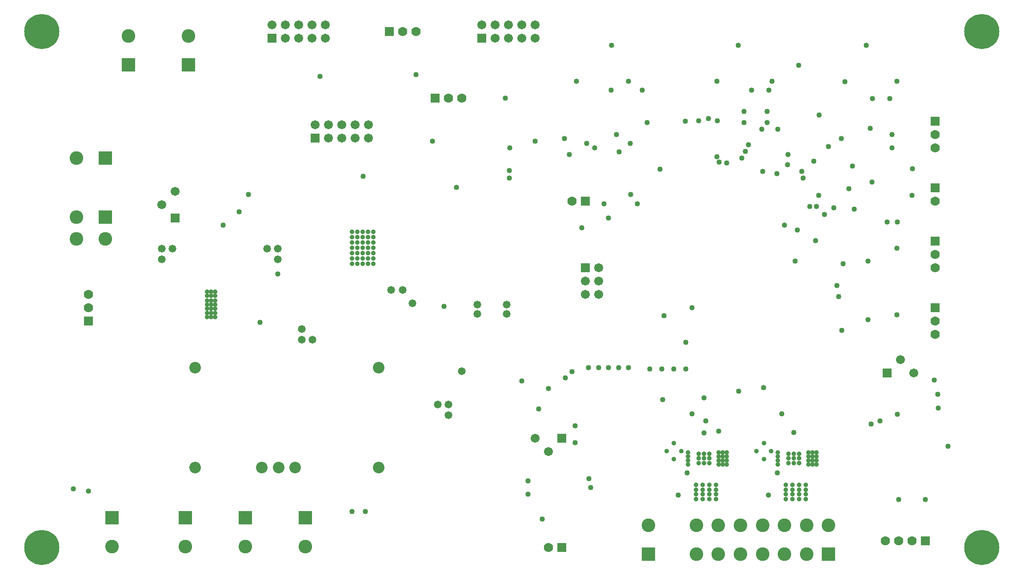
<source format=gbs>
%FSLAX25Y25*%
%MOIN*%
G70*
G01*
G75*
G04 Layer_Color=16711935*
%ADD10R,0.03937X0.03937*%
%ADD11R,0.03937X0.03937*%
%ADD12R,0.01260X0.06299*%
%ADD13R,0.13386X0.09685*%
%ADD14R,0.08661X0.09843*%
%ADD15R,0.03937X0.03543*%
%ADD16R,0.04331X0.03937*%
%ADD17R,0.03937X0.04331*%
%ADD18R,0.03543X0.03937*%
%ADD19R,0.06299X0.16535*%
%ADD20R,0.05906X0.05118*%
%ADD21R,0.09843X0.08661*%
%ADD22R,0.21654X0.07874*%
%ADD23R,0.05709X0.01772*%
%ADD24O,0.08661X0.02362*%
%ADD25R,0.03504X0.09488*%
%ADD26R,0.21063X0.33622*%
%ADD27R,0.06299X0.01378*%
%ADD28R,0.09685X0.09095*%
%ADD29O,0.08071X0.01772*%
%ADD30O,0.01772X0.08071*%
%ADD31R,0.04724X0.05512*%
%ADD32R,0.05512X0.04724*%
%ADD33R,0.12000X0.06000*%
%ADD34R,0.07087X0.11811*%
%ADD35R,0.11811X0.07087*%
%ADD36R,0.04600X0.16700*%
%ADD37R,0.07874X0.04724*%
%ADD38R,0.06693X0.09843*%
%ADD39R,0.11000X0.15000*%
%ADD40R,0.05118X0.05906*%
%ADD41R,0.04724X0.07874*%
%ADD42R,0.05118X0.10630*%
%ADD43R,0.10630X0.05118*%
%ADD44R,0.07087X0.22835*%
%ADD45R,0.07087X0.05118*%
%ADD46R,0.06299X0.13780*%
%ADD47R,0.05118X0.07087*%
%ADD48R,0.13780X0.06299*%
%ADD49R,0.07874X0.08661*%
%ADD50R,0.08661X0.07874*%
%ADD51R,0.05709X0.02165*%
%ADD52R,0.05709X0.02165*%
%ADD53C,0.01500*%
%ADD54C,0.01000*%
%ADD55C,0.01200*%
%ADD56C,0.05000*%
%ADD57C,0.02500*%
%ADD58C,0.02000*%
%ADD59C,0.03000*%
%ADD60C,0.01400*%
%ADD61C,0.03500*%
%ADD62R,0.06200X0.06200*%
%ADD63C,0.06200*%
%ADD64R,0.06200X0.06200*%
%ADD65C,0.02800*%
%ADD66C,0.09449*%
%ADD67R,0.09449X0.09449*%
%ADD68R,0.05906X0.05906*%
%ADD69C,0.05906*%
%ADD70R,0.05906X0.05906*%
%ADD71C,0.25590*%
%ADD72C,0.05000*%
%ADD73R,0.09449X0.09449*%
%ADD74C,0.07874*%
%ADD75C,0.03200*%
%ADD76C,0.04000*%
%ADD77C,0.07543*%
G04:AMPARAMS|DCode=78|XSize=95.118mil|YSize=95.118mil|CornerRadius=0mil|HoleSize=0mil|Usage=FLASHONLY|Rotation=0.000|XOffset=0mil|YOffset=0mil|HoleType=Round|Shape=Relief|Width=10mil|Gap=10mil|Entries=4|*
%AMTHD78*
7,0,0,0.09512,0.07512,0.01000,45*
%
%ADD78THD78*%
%ADD79C,0.09512*%
%ADD80C,0.07543*%
G04:AMPARAMS|DCode=81|XSize=75.433mil|YSize=75.433mil|CornerRadius=0mil|HoleSize=0mil|Usage=FLASHONLY|Rotation=0.000|XOffset=0mil|YOffset=0mil|HoleType=Round|Shape=Relief|Width=10mil|Gap=10mil|Entries=4|*
%AMTHD81*
7,0,0,0.07543,0.05543,0.01000,45*
%
%ADD81THD81*%
%ADD82C,0.21717*%
%ADD83C,0.05200*%
%ADD84C,0.06800*%
%ADD85C,0.08724*%
G04:AMPARAMS|DCode=86|XSize=87.244mil|YSize=87.244mil|CornerRadius=0mil|HoleSize=0mil|Usage=FLASHONLY|Rotation=0.000|XOffset=0mil|YOffset=0mil|HoleType=Round|Shape=Relief|Width=10mil|Gap=10mil|Entries=4|*
%AMTHD86*
7,0,0,0.08724,0.06724,0.01000,45*
%
%ADD86THD86*%
%ADD87C,0.07150*%
G04:AMPARAMS|DCode=88|XSize=71.496mil|YSize=71.496mil|CornerRadius=0mil|HoleSize=0mil|Usage=FLASHONLY|Rotation=0.000|XOffset=0mil|YOffset=0mil|HoleType=Round|Shape=Relief|Width=10mil|Gap=10mil|Entries=4|*
%AMTHD88*
7,0,0,0.07150,0.05150,0.01000,45*
%
%ADD88THD88*%
G04:AMPARAMS|DCode=89|XSize=75.433mil|YSize=75.433mil|CornerRadius=0mil|HoleSize=0mil|Usage=FLASHONLY|Rotation=0.000|XOffset=0mil|YOffset=0mil|HoleType=Round|Shape=Relief|Width=10mil|Gap=10mil|Entries=4|*
%AMTHD89*
7,0,0,0.07543,0.05543,0.01000,45*
%
%ADD89THD89*%
%ADD90C,0.05600*%
G04:AMPARAMS|DCode=91|XSize=56mil|YSize=56mil|CornerRadius=0mil|HoleSize=0mil|Usage=FLASHONLY|Rotation=0.000|XOffset=0mil|YOffset=0mil|HoleType=Round|Shape=Relief|Width=10mil|Gap=10mil|Entries=4|*
%AMTHD91*
7,0,0,0.05600,0.03600,0.01000,45*
%
%ADD91THD91*%
G04:AMPARAMS|DCode=92|XSize=68mil|YSize=68mil|CornerRadius=0mil|HoleSize=0mil|Usage=FLASHONLY|Rotation=0.000|XOffset=0mil|YOffset=0mil|HoleType=Round|Shape=Relief|Width=10mil|Gap=10mil|Entries=4|*
%AMTHD92*
7,0,0,0.06800,0.04800,0.01000,45*
%
%ADD92THD92*%
%ADD93C,0.00984*%
%ADD94C,0.02362*%
%ADD95C,0.00394*%
%ADD96C,0.00800*%
%ADD97C,0.00787*%
%ADD98C,0.00500*%
%ADD99C,0.00700*%
%ADD100R,0.18000X0.05000*%
%ADD101R,0.05000X0.18000*%
%ADD102R,0.04737X0.04737*%
%ADD103R,0.04737X0.04737*%
%ADD104R,0.02060X0.07099*%
%ADD105R,0.14186X0.10485*%
%ADD106R,0.09461X0.10642*%
%ADD107R,0.04737X0.04343*%
%ADD108R,0.05131X0.04737*%
%ADD109R,0.04737X0.05131*%
%ADD110R,0.04343X0.04737*%
%ADD111R,0.07099X0.17335*%
%ADD112R,0.06706X0.05918*%
%ADD113R,0.10642X0.09461*%
%ADD114R,0.22453X0.08674*%
%ADD115R,0.06509X0.02572*%
%ADD116O,0.09461X0.03162*%
%ADD117R,0.04304X0.10288*%
%ADD118R,0.21863X0.34422*%
%ADD119R,0.07099X0.02178*%
%ADD120R,0.10485X0.09894*%
%ADD121O,0.08871X0.02572*%
%ADD122O,0.02572X0.08871*%
%ADD123R,0.05524X0.06312*%
%ADD124R,0.06312X0.05524*%
%ADD125R,0.12800X0.06800*%
%ADD126R,0.07887X0.12611*%
%ADD127R,0.12611X0.07887*%
%ADD128R,0.05400X0.17500*%
%ADD129R,0.08674X0.05524*%
%ADD130R,0.07493X0.10642*%
%ADD131R,0.11800X0.15800*%
%ADD132R,0.05918X0.06706*%
%ADD133R,0.05524X0.08674*%
%ADD134R,0.05918X0.11430*%
%ADD135R,0.11430X0.05918*%
%ADD136R,0.07887X0.23635*%
%ADD137R,0.07887X0.05918*%
%ADD138R,0.07099X0.14579*%
%ADD139R,0.05918X0.07887*%
%ADD140R,0.14579X0.07099*%
%ADD141R,0.08674X0.09461*%
%ADD142R,0.09461X0.08674*%
%ADD143R,0.06509X0.02965*%
%ADD144R,0.06509X0.02965*%
%ADD145R,0.07000X0.07000*%
%ADD146C,0.07000*%
%ADD147R,0.07000X0.07000*%
%ADD148C,0.03600*%
%ADD149C,0.10249*%
%ADD150R,0.10249X0.10249*%
%ADD151R,0.06706X0.06706*%
%ADD152C,0.06706*%
%ADD153R,0.06706X0.06706*%
%ADD154C,0.26390*%
%ADD155C,0.05800*%
%ADD156R,0.10249X0.10249*%
%ADD157C,0.08674*%
%ADD158C,0.04000*%
G54D145*
X360000Y605000D02*
D03*
X995000Y755000D02*
D03*
Y615000D02*
D03*
Y665000D02*
D03*
Y705000D02*
D03*
G54D146*
X360000Y615000D02*
D03*
Y625000D02*
D03*
X595500Y822500D02*
D03*
X605500D02*
D03*
X630000Y772500D02*
D03*
X640000D02*
D03*
X995000Y735000D02*
D03*
Y745000D02*
D03*
Y595000D02*
D03*
Y605000D02*
D03*
Y645000D02*
D03*
Y655000D02*
D03*
X705000Y435000D02*
D03*
X995000Y695000D02*
D03*
X967500Y440000D02*
D03*
X977500D02*
D03*
X957500D02*
D03*
X722500Y695000D02*
D03*
G54D147*
X585500Y822500D02*
D03*
X620000Y772500D02*
D03*
X715000Y435000D02*
D03*
X987500Y440000D02*
D03*
X732500Y695000D02*
D03*
G54D148*
X866500Y513500D02*
D03*
Y501500D02*
D03*
X872000Y507500D02*
D03*
X861000D02*
D03*
X793500D02*
D03*
X804500D02*
D03*
X799000Y501500D02*
D03*
Y513500D02*
D03*
X1030000Y833300D02*
D03*
X1040800Y822500D02*
D03*
X1030000Y811700D02*
D03*
X1019200Y822500D02*
D03*
X1022300Y830200D02*
D03*
X1037700D02*
D03*
X1022300Y814800D02*
D03*
X1037700D02*
D03*
X1030000Y445800D02*
D03*
X1040800Y435000D02*
D03*
X1030000Y424200D02*
D03*
X1019200Y435000D02*
D03*
X1022300Y442700D02*
D03*
X1037700D02*
D03*
X1022300Y427300D02*
D03*
X1037700D02*
D03*
X325000Y833300D02*
D03*
X335800Y822500D02*
D03*
X325000Y811700D02*
D03*
X314200Y822500D02*
D03*
X317300Y830200D02*
D03*
X332700D02*
D03*
X317300Y814800D02*
D03*
X332700D02*
D03*
Y427300D02*
D03*
X317300D02*
D03*
X332700Y442700D02*
D03*
X317300D02*
D03*
X314200Y435000D02*
D03*
X325000Y424200D02*
D03*
X335800Y435000D02*
D03*
X325000Y445800D02*
D03*
X449000Y611000D02*
D03*
X455000D02*
D03*
X452000D02*
D03*
X573500Y668100D02*
D03*
X561500Y664100D02*
D03*
Y660100D02*
D03*
Y656100D02*
D03*
Y672100D02*
D03*
X573500Y664100D02*
D03*
Y660100D02*
D03*
Y656100D02*
D03*
X569500Y672100D02*
D03*
X557500Y664100D02*
D03*
X561500Y652100D02*
D03*
Y668100D02*
D03*
X569500Y652100D02*
D03*
X557500D02*
D03*
Y656100D02*
D03*
X565500D02*
D03*
X569500D02*
D03*
Y660100D02*
D03*
X565500Y648100D02*
D03*
X569500D02*
D03*
X565500Y652100D02*
D03*
Y664100D02*
D03*
X573500Y672100D02*
D03*
X561500Y648100D02*
D03*
X565500Y672100D02*
D03*
X557500Y660100D02*
D03*
Y648100D02*
D03*
X569500Y664100D02*
D03*
X565500Y668100D02*
D03*
X557500D02*
D03*
X569500D02*
D03*
X557500Y672100D02*
D03*
X573500Y648100D02*
D03*
Y652100D02*
D03*
X565500Y660100D02*
D03*
X449000Y614500D02*
D03*
X452000Y620500D02*
D03*
X449000D02*
D03*
X452000Y617500D02*
D03*
X449000Y624000D02*
D03*
X455000D02*
D03*
X449000Y617500D02*
D03*
X452000Y614500D02*
D03*
Y624000D02*
D03*
X455000Y614500D02*
D03*
Y617500D02*
D03*
Y620500D02*
D03*
X452000Y627000D02*
D03*
X455000D02*
D03*
X449000D02*
D03*
X452000Y608000D02*
D03*
X455000D02*
D03*
X449000D02*
D03*
X815500Y482000D02*
D03*
X820500D02*
D03*
X825500D02*
D03*
X830500D02*
D03*
X815500Y478500D02*
D03*
Y475000D02*
D03*
Y471500D02*
D03*
X820500Y478500D02*
D03*
Y475000D02*
D03*
Y471500D02*
D03*
X825500Y478500D02*
D03*
Y475000D02*
D03*
Y471500D02*
D03*
X830500Y478500D02*
D03*
Y475000D02*
D03*
Y471500D02*
D03*
X898000D02*
D03*
Y475000D02*
D03*
Y478500D02*
D03*
X893000Y471500D02*
D03*
Y475000D02*
D03*
Y478500D02*
D03*
X888000Y471500D02*
D03*
Y475000D02*
D03*
Y478500D02*
D03*
X883000Y471500D02*
D03*
Y475000D02*
D03*
Y478500D02*
D03*
X898000Y482000D02*
D03*
X893000D02*
D03*
X888000D02*
D03*
X883000D02*
D03*
X889000Y498500D02*
D03*
X888957Y502024D02*
D03*
X889000Y505500D02*
D03*
X885000D02*
D03*
X893000D02*
D03*
Y502000D02*
D03*
X885000D02*
D03*
Y498500D02*
D03*
X893000D02*
D03*
X900000Y506500D02*
D03*
Y503500D02*
D03*
Y500500D02*
D03*
Y497500D02*
D03*
X903000Y506500D02*
D03*
Y503500D02*
D03*
Y500500D02*
D03*
Y497500D02*
D03*
X906000Y506500D02*
D03*
Y503500D02*
D03*
Y500500D02*
D03*
Y497500D02*
D03*
X877000D02*
D03*
Y500500D02*
D03*
Y503500D02*
D03*
Y506500D02*
D03*
X809500D02*
D03*
Y503500D02*
D03*
Y500500D02*
D03*
Y497500D02*
D03*
X838500D02*
D03*
Y500500D02*
D03*
Y503500D02*
D03*
Y506500D02*
D03*
X835500Y497500D02*
D03*
Y500500D02*
D03*
Y503500D02*
D03*
Y506500D02*
D03*
X832500Y497500D02*
D03*
Y500500D02*
D03*
Y503500D02*
D03*
Y506500D02*
D03*
X825500Y498500D02*
D03*
X817500D02*
D03*
Y502000D02*
D03*
X825500D02*
D03*
Y505500D02*
D03*
X817500D02*
D03*
X821500D02*
D03*
X821457Y502024D02*
D03*
X821500Y498500D02*
D03*
G54D149*
X350846Y683268D02*
D03*
X372500Y666732D02*
D03*
X350846D02*
D03*
X522500Y435846D02*
D03*
X377500D02*
D03*
X350846Y727500D02*
D03*
X432500Y435846D02*
D03*
X477500D02*
D03*
X780000Y451654D02*
D03*
X435000Y819154D02*
D03*
X390000D02*
D03*
X915000Y451654D02*
D03*
X898465Y430000D02*
D03*
Y451654D02*
D03*
X881929Y430000D02*
D03*
Y451654D02*
D03*
X865394Y430000D02*
D03*
Y451654D02*
D03*
X848858Y430000D02*
D03*
Y451654D02*
D03*
X832323Y430000D02*
D03*
Y451654D02*
D03*
X815787Y430000D02*
D03*
Y451654D02*
D03*
G54D150*
X372500Y683268D02*
D03*
X372500Y727500D02*
D03*
G54D151*
X497500Y817500D02*
D03*
X530000Y742500D02*
D03*
X655000Y817500D02*
D03*
X959000Y566000D02*
D03*
X715000Y517000D02*
D03*
G54D152*
X507500Y817500D02*
D03*
X517500D02*
D03*
X527500D02*
D03*
X537500D02*
D03*
X497500Y827500D02*
D03*
X507500D02*
D03*
X517500D02*
D03*
X527500D02*
D03*
X537500D02*
D03*
X540000Y742500D02*
D03*
X550000D02*
D03*
X560000D02*
D03*
X570000D02*
D03*
X530000Y752500D02*
D03*
X540000D02*
D03*
X550000D02*
D03*
X560000D02*
D03*
X570000D02*
D03*
X665000Y817500D02*
D03*
X675000D02*
D03*
X685000D02*
D03*
X695000D02*
D03*
X655000Y827500D02*
D03*
X665000D02*
D03*
X675000D02*
D03*
X685000D02*
D03*
X695000D02*
D03*
X742500Y625000D02*
D03*
X732500D02*
D03*
X742500Y635000D02*
D03*
X732500D02*
D03*
X742500Y645000D02*
D03*
X415000Y692500D02*
D03*
X425000Y702500D02*
D03*
X969000Y576000D02*
D03*
X979000Y566000D02*
D03*
X705000Y507000D02*
D03*
X695000Y517000D02*
D03*
G54D153*
X732500Y645000D02*
D03*
X425000Y682500D02*
D03*
G54D154*
X1030000Y822500D02*
D03*
Y435000D02*
D03*
X325000Y822500D02*
D03*
Y435000D02*
D03*
G54D155*
X622000Y542500D02*
D03*
X630000Y534500D02*
D03*
Y542500D02*
D03*
X415000Y651500D02*
D03*
X423000Y659500D02*
D03*
X415000D02*
D03*
X520000Y591000D02*
D03*
Y599000D02*
D03*
X528000Y591000D02*
D03*
X595500Y628500D02*
D03*
X587000D02*
D03*
X603000Y618500D02*
D03*
X502000Y659500D02*
D03*
Y651500D02*
D03*
X494000Y659500D02*
D03*
X673500Y610500D02*
D03*
X651500D02*
D03*
Y617500D02*
D03*
X673500D02*
D03*
X640000Y567500D02*
D03*
G54D156*
X522500Y457500D02*
D03*
X377500D02*
D03*
X432500D02*
D03*
X477500D02*
D03*
X780000Y430000D02*
D03*
X435000Y797500D02*
D03*
X390000D02*
D03*
X915000Y430000D02*
D03*
G54D157*
X577500Y495000D02*
D03*
X515000D02*
D03*
X502500D02*
D03*
X490000D02*
D03*
X440000D02*
D03*
X577500Y570000D02*
D03*
X440000D02*
D03*
G54D158*
X847500Y552500D02*
D03*
X821500Y547500D02*
D03*
X480000Y700000D02*
D03*
X890000Y650000D02*
D03*
X896000Y712500D02*
D03*
X895000Y717500D02*
D03*
X904000Y725000D02*
D03*
X915000Y736000D02*
D03*
X907500Y699500D02*
D03*
X750000Y682500D02*
D03*
X730000Y675000D02*
D03*
X746500Y693000D02*
D03*
X771500Y693000D02*
D03*
X766500Y700000D02*
D03*
X676000Y735000D02*
D03*
X978000Y719500D02*
D03*
X977500Y699500D02*
D03*
X959000Y679500D02*
D03*
X966500D02*
D03*
X962500Y745000D02*
D03*
Y735000D02*
D03*
X823000Y530000D02*
D03*
X821500Y521000D02*
D03*
X697500Y539000D02*
D03*
X880000Y535500D02*
D03*
X808000Y589000D02*
D03*
X994193Y560807D02*
D03*
X557500Y462000D02*
D03*
X567500D02*
D03*
X626500Y616000D02*
D03*
X348500Y479000D02*
D03*
X869000Y762500D02*
D03*
X869000Y754000D02*
D03*
X1004500Y511000D02*
D03*
X865500Y717500D02*
D03*
X921300Y631800D02*
D03*
X757800Y732000D02*
D03*
X838642Y723700D02*
D03*
X912000Y685000D02*
D03*
X932900Y721500D02*
D03*
X833000Y724600D02*
D03*
X739600Y735000D02*
D03*
X779000Y754000D02*
D03*
X876300Y715900D02*
D03*
X944475Y606000D02*
D03*
X924475Y742000D02*
D03*
X733400Y738300D02*
D03*
X831200Y728400D02*
D03*
X764947Y785000D02*
D03*
X947446Y709418D02*
D03*
X966053Y785000D02*
D03*
X725947D02*
D03*
X751947Y778307D02*
D03*
X775053D02*
D03*
X752100Y812000D02*
D03*
X831053Y785000D02*
D03*
X947000Y527939D02*
D03*
X857053Y778307D02*
D03*
X953569Y530000D02*
D03*
X847100Y812000D02*
D03*
X966431Y535000D02*
D03*
X870053Y778307D02*
D03*
X918913Y690144D02*
D03*
X944475Y650000D02*
D03*
X966307Y609947D02*
D03*
X934046Y689260D02*
D03*
X907913Y759856D02*
D03*
X930046Y704323D02*
D03*
X997087Y539856D02*
D03*
X996693Y550053D02*
D03*
X966307Y659947D02*
D03*
X927053Y784693D02*
D03*
X946307Y749947D02*
D03*
X943100Y812000D02*
D03*
X360000Y477585D02*
D03*
X461000Y677231D02*
D03*
X700053Y456307D02*
D03*
X689569Y475000D02*
D03*
Y485000D02*
D03*
X735053Y486693D02*
D03*
X724947Y513693D02*
D03*
X565931Y713701D02*
D03*
X866069Y555000D02*
D03*
X533431Y788701D02*
D03*
X720569Y730000D02*
D03*
X766053Y738307D02*
D03*
X617915Y740000D02*
D03*
X791537Y609000D02*
D03*
X716856Y742087D02*
D03*
X694915Y740000D02*
D03*
X755947Y745000D02*
D03*
X812500Y615000D02*
D03*
X502000Y640500D02*
D03*
X488500Y604000D02*
D03*
X473000Y687000D02*
D03*
X925913Y648144D02*
D03*
X924913Y598144D02*
D03*
X736500Y480000D02*
D03*
X872500Y785000D02*
D03*
X961000Y772000D02*
D03*
X948000D02*
D03*
X799000Y569043D02*
D03*
X905100Y665400D02*
D03*
X884500Y730000D02*
D03*
X967500Y471000D02*
D03*
X987500D02*
D03*
X788500Y719000D02*
D03*
X891500Y673500D02*
D03*
X884100Y722500D02*
D03*
X882000Y677100D02*
D03*
X922500Y623500D02*
D03*
X825000Y757000D02*
D03*
X831500Y755500D02*
D03*
X817500D02*
D03*
X892500Y797000D02*
D03*
X906000Y691000D02*
D03*
X901000D02*
D03*
X781000Y569000D02*
D03*
X790000D02*
D03*
X808000Y569000D02*
D03*
X735000Y570000D02*
D03*
X742500D02*
D03*
X750000D02*
D03*
X757500D02*
D03*
X765000D02*
D03*
X809000Y491000D02*
D03*
X876500D02*
D03*
X869693Y474307D02*
D03*
X802307Y474307D02*
D03*
X812500Y535500D02*
D03*
X889000Y521500D02*
D03*
X705000Y554500D02*
D03*
X685000Y560000D02*
D03*
X832500Y522500D02*
D03*
X724800Y526300D02*
D03*
X790500Y546000D02*
D03*
X722500Y567000D02*
D03*
X717500Y562500D02*
D03*
X605500Y790000D02*
D03*
X672500Y772500D02*
D03*
X636000Y705500D02*
D03*
X851500Y754000D02*
D03*
Y762500D02*
D03*
X850000Y727500D02*
D03*
X852500Y732500D02*
D03*
X855000Y737500D02*
D03*
X807500Y755000D02*
D03*
X865000Y749000D02*
D03*
X877000D02*
D03*
X675500Y712500D02*
D03*
Y718000D02*
D03*
M02*

</source>
